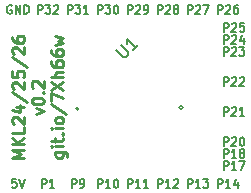
<source format=gto>
G04 (created by PCBNEW (2013-07-07 BZR 4022)-stable) date 1/7/2014 10:08:49*
%MOIN*%
G04 Gerber Fmt 3.4, Leading zero omitted, Abs format*
%FSLAX34Y34*%
G01*
G70*
G90*
G04 APERTURE LIST*
%ADD10C,0.00590551*%
%ADD11C,0.00984252*%
%ADD12C,0.00787402*%
G04 APERTURE END LIST*
G54D10*
G54D11*
X44209Y-30024D02*
X43815Y-30024D01*
X44096Y-29893D01*
X43815Y-29762D01*
X44209Y-29762D01*
X44209Y-29574D02*
X43815Y-29574D01*
X44209Y-29349D02*
X43984Y-29518D01*
X43815Y-29349D02*
X44040Y-29574D01*
X44209Y-28993D02*
X44209Y-29181D01*
X43815Y-29181D01*
X43853Y-28881D02*
X43834Y-28862D01*
X43815Y-28824D01*
X43815Y-28731D01*
X43834Y-28693D01*
X43853Y-28674D01*
X43890Y-28656D01*
X43928Y-28656D01*
X43984Y-28674D01*
X44209Y-28899D01*
X44209Y-28656D01*
X43946Y-28318D02*
X44209Y-28318D01*
X43796Y-28412D02*
X44078Y-28506D01*
X44078Y-28262D01*
X43796Y-27831D02*
X44303Y-28168D01*
X43853Y-27718D02*
X43834Y-27700D01*
X43815Y-27662D01*
X43815Y-27568D01*
X43834Y-27531D01*
X43853Y-27512D01*
X43890Y-27493D01*
X43928Y-27493D01*
X43984Y-27512D01*
X44209Y-27737D01*
X44209Y-27493D01*
X43815Y-27137D02*
X43815Y-27325D01*
X44003Y-27343D01*
X43984Y-27325D01*
X43965Y-27287D01*
X43965Y-27193D01*
X43984Y-27156D01*
X44003Y-27137D01*
X44040Y-27118D01*
X44134Y-27118D01*
X44171Y-27137D01*
X44190Y-27156D01*
X44209Y-27193D01*
X44209Y-27287D01*
X44190Y-27325D01*
X44171Y-27343D01*
X43796Y-26668D02*
X44303Y-27006D01*
X43853Y-26556D02*
X43834Y-26537D01*
X43815Y-26500D01*
X43815Y-26406D01*
X43834Y-26368D01*
X43853Y-26350D01*
X43890Y-26331D01*
X43928Y-26331D01*
X43984Y-26350D01*
X44209Y-26575D01*
X44209Y-26331D01*
X43815Y-25994D02*
X43815Y-26068D01*
X43834Y-26106D01*
X43853Y-26125D01*
X43909Y-26162D01*
X43984Y-26181D01*
X44134Y-26181D01*
X44171Y-26162D01*
X44190Y-26143D01*
X44209Y-26106D01*
X44209Y-26031D01*
X44190Y-25994D01*
X44171Y-25975D01*
X44134Y-25956D01*
X44040Y-25956D01*
X44003Y-25975D01*
X43984Y-25994D01*
X43965Y-26031D01*
X43965Y-26106D01*
X43984Y-26143D01*
X44003Y-26162D01*
X44040Y-26181D01*
X44596Y-28562D02*
X44858Y-28468D01*
X44596Y-28374D01*
X44465Y-28149D02*
X44465Y-28112D01*
X44484Y-28074D01*
X44502Y-28056D01*
X44540Y-28037D01*
X44615Y-28018D01*
X44708Y-28018D01*
X44783Y-28037D01*
X44821Y-28056D01*
X44840Y-28074D01*
X44858Y-28112D01*
X44858Y-28149D01*
X44840Y-28187D01*
X44821Y-28206D01*
X44783Y-28224D01*
X44708Y-28243D01*
X44615Y-28243D01*
X44540Y-28224D01*
X44502Y-28206D01*
X44484Y-28187D01*
X44465Y-28149D01*
X44821Y-27850D02*
X44840Y-27831D01*
X44858Y-27850D01*
X44840Y-27868D01*
X44821Y-27850D01*
X44858Y-27850D01*
X44502Y-27681D02*
X44484Y-27662D01*
X44465Y-27625D01*
X44465Y-27531D01*
X44484Y-27493D01*
X44502Y-27475D01*
X44540Y-27456D01*
X44577Y-27456D01*
X44633Y-27475D01*
X44858Y-27700D01*
X44858Y-27456D01*
X45246Y-29827D02*
X45564Y-29827D01*
X45602Y-29846D01*
X45621Y-29865D01*
X45639Y-29902D01*
X45639Y-29959D01*
X45621Y-29996D01*
X45489Y-29827D02*
X45508Y-29865D01*
X45508Y-29940D01*
X45489Y-29977D01*
X45471Y-29996D01*
X45433Y-30015D01*
X45321Y-30015D01*
X45283Y-29996D01*
X45264Y-29977D01*
X45246Y-29940D01*
X45246Y-29865D01*
X45264Y-29827D01*
X45508Y-29640D02*
X45246Y-29640D01*
X45114Y-29640D02*
X45133Y-29659D01*
X45152Y-29640D01*
X45133Y-29621D01*
X45114Y-29640D01*
X45152Y-29640D01*
X45246Y-29509D02*
X45246Y-29359D01*
X45114Y-29452D02*
X45452Y-29452D01*
X45489Y-29434D01*
X45508Y-29396D01*
X45508Y-29359D01*
X45471Y-29227D02*
X45489Y-29209D01*
X45508Y-29227D01*
X45489Y-29246D01*
X45471Y-29227D01*
X45508Y-29227D01*
X45508Y-29040D02*
X45246Y-29040D01*
X45114Y-29040D02*
X45133Y-29059D01*
X45152Y-29040D01*
X45133Y-29021D01*
X45114Y-29040D01*
X45152Y-29040D01*
X45508Y-28796D02*
X45489Y-28834D01*
X45471Y-28853D01*
X45433Y-28871D01*
X45321Y-28871D01*
X45283Y-28853D01*
X45264Y-28834D01*
X45246Y-28796D01*
X45246Y-28740D01*
X45264Y-28703D01*
X45283Y-28684D01*
X45321Y-28665D01*
X45433Y-28665D01*
X45471Y-28684D01*
X45489Y-28703D01*
X45508Y-28740D01*
X45508Y-28796D01*
X45096Y-28215D02*
X45602Y-28553D01*
X45114Y-28121D02*
X45114Y-27859D01*
X45508Y-28028D01*
X45114Y-27746D02*
X45508Y-27484D01*
X45114Y-27484D02*
X45508Y-27746D01*
X45508Y-27334D02*
X45114Y-27334D01*
X45508Y-27165D02*
X45302Y-27165D01*
X45264Y-27184D01*
X45246Y-27221D01*
X45246Y-27278D01*
X45264Y-27315D01*
X45283Y-27334D01*
X45114Y-26809D02*
X45114Y-26884D01*
X45133Y-26922D01*
X45152Y-26940D01*
X45208Y-26978D01*
X45283Y-26997D01*
X45433Y-26997D01*
X45471Y-26978D01*
X45489Y-26959D01*
X45508Y-26922D01*
X45508Y-26847D01*
X45489Y-26809D01*
X45471Y-26790D01*
X45433Y-26772D01*
X45339Y-26772D01*
X45302Y-26790D01*
X45283Y-26809D01*
X45264Y-26847D01*
X45264Y-26922D01*
X45283Y-26959D01*
X45302Y-26978D01*
X45339Y-26997D01*
X45114Y-26434D02*
X45114Y-26509D01*
X45133Y-26547D01*
X45152Y-26565D01*
X45208Y-26603D01*
X45283Y-26622D01*
X45433Y-26622D01*
X45471Y-26603D01*
X45489Y-26584D01*
X45508Y-26547D01*
X45508Y-26472D01*
X45489Y-26434D01*
X45471Y-26415D01*
X45433Y-26397D01*
X45339Y-26397D01*
X45302Y-26415D01*
X45283Y-26434D01*
X45264Y-26472D01*
X45264Y-26547D01*
X45283Y-26584D01*
X45302Y-26603D01*
X45339Y-26622D01*
X45246Y-26265D02*
X45508Y-26190D01*
X45321Y-26115D01*
X45508Y-26040D01*
X45246Y-25965D01*
G54D12*
X49492Y-28350D02*
G75*
G03X49492Y-28350I-57J0D01*
G74*
G01*
G54D10*
X46009Y-28388D02*
G75*
G03X46009Y-28388I-35J0D01*
G74*
G01*
X47272Y-26421D02*
X47497Y-26646D01*
X47537Y-26660D01*
X47563Y-26660D01*
X47603Y-26646D01*
X47656Y-26593D01*
X47669Y-26553D01*
X47669Y-26527D01*
X47656Y-26487D01*
X47431Y-26262D01*
X47988Y-26262D02*
X47828Y-26421D01*
X47908Y-26341D02*
X47630Y-26063D01*
X47643Y-26129D01*
X47643Y-26182D01*
X47630Y-26222D01*
X50865Y-26611D02*
X50865Y-26335D01*
X50970Y-26335D01*
X50996Y-26349D01*
X51009Y-26362D01*
X51022Y-26388D01*
X51022Y-26427D01*
X51009Y-26454D01*
X50996Y-26467D01*
X50970Y-26480D01*
X50865Y-26480D01*
X51127Y-26362D02*
X51140Y-26349D01*
X51167Y-26335D01*
X51232Y-26335D01*
X51259Y-26349D01*
X51272Y-26362D01*
X51285Y-26388D01*
X51285Y-26414D01*
X51272Y-26454D01*
X51114Y-26611D01*
X51285Y-26611D01*
X51377Y-26335D02*
X51547Y-26335D01*
X51455Y-26440D01*
X51495Y-26440D01*
X51521Y-26454D01*
X51534Y-26467D01*
X51547Y-26493D01*
X51547Y-26559D01*
X51534Y-26585D01*
X51521Y-26598D01*
X51495Y-26611D01*
X51416Y-26611D01*
X51390Y-26598D01*
X51377Y-26585D01*
X45796Y-31011D02*
X45796Y-30735D01*
X45901Y-30735D01*
X45927Y-30749D01*
X45940Y-30762D01*
X45954Y-30788D01*
X45954Y-30827D01*
X45940Y-30854D01*
X45927Y-30867D01*
X45901Y-30880D01*
X45796Y-30880D01*
X46085Y-31011D02*
X46137Y-31011D01*
X46164Y-30998D01*
X46177Y-30985D01*
X46203Y-30945D01*
X46216Y-30893D01*
X46216Y-30788D01*
X46203Y-30762D01*
X46190Y-30749D01*
X46164Y-30735D01*
X46111Y-30735D01*
X46085Y-30749D01*
X46072Y-30762D01*
X46059Y-30788D01*
X46059Y-30854D01*
X46072Y-30880D01*
X46085Y-30893D01*
X46111Y-30906D01*
X46164Y-30906D01*
X46190Y-30893D01*
X46203Y-30880D01*
X46216Y-30854D01*
X46665Y-31011D02*
X46665Y-30735D01*
X46770Y-30735D01*
X46796Y-30749D01*
X46809Y-30762D01*
X46822Y-30788D01*
X46822Y-30827D01*
X46809Y-30854D01*
X46796Y-30867D01*
X46770Y-30880D01*
X46665Y-30880D01*
X47085Y-31011D02*
X46927Y-31011D01*
X47006Y-31011D02*
X47006Y-30735D01*
X46980Y-30775D01*
X46954Y-30801D01*
X46927Y-30814D01*
X47255Y-30735D02*
X47282Y-30735D01*
X47308Y-30749D01*
X47321Y-30762D01*
X47334Y-30788D01*
X47347Y-30840D01*
X47347Y-30906D01*
X47334Y-30959D01*
X47321Y-30985D01*
X47308Y-30998D01*
X47282Y-31011D01*
X47255Y-31011D01*
X47229Y-30998D01*
X47216Y-30985D01*
X47203Y-30959D01*
X47190Y-30906D01*
X47190Y-30840D01*
X47203Y-30788D01*
X47216Y-30762D01*
X47229Y-30749D01*
X47255Y-30735D01*
X47665Y-31011D02*
X47665Y-30735D01*
X47770Y-30735D01*
X47796Y-30749D01*
X47809Y-30762D01*
X47822Y-30788D01*
X47822Y-30827D01*
X47809Y-30854D01*
X47796Y-30867D01*
X47770Y-30880D01*
X47665Y-30880D01*
X48085Y-31011D02*
X47927Y-31011D01*
X48006Y-31011D02*
X48006Y-30735D01*
X47980Y-30775D01*
X47954Y-30801D01*
X47927Y-30814D01*
X48347Y-31011D02*
X48190Y-31011D01*
X48269Y-31011D02*
X48269Y-30735D01*
X48242Y-30775D01*
X48216Y-30801D01*
X48190Y-30814D01*
X48665Y-31011D02*
X48665Y-30735D01*
X48770Y-30735D01*
X48796Y-30749D01*
X48809Y-30762D01*
X48822Y-30788D01*
X48822Y-30827D01*
X48809Y-30854D01*
X48796Y-30867D01*
X48770Y-30880D01*
X48665Y-30880D01*
X49085Y-31011D02*
X48927Y-31011D01*
X49006Y-31011D02*
X49006Y-30735D01*
X48980Y-30775D01*
X48954Y-30801D01*
X48927Y-30814D01*
X49190Y-30762D02*
X49203Y-30749D01*
X49229Y-30735D01*
X49295Y-30735D01*
X49321Y-30749D01*
X49334Y-30762D01*
X49347Y-30788D01*
X49347Y-30814D01*
X49334Y-30854D01*
X49177Y-31011D01*
X49347Y-31011D01*
X49665Y-31011D02*
X49665Y-30735D01*
X49770Y-30735D01*
X49796Y-30749D01*
X49809Y-30762D01*
X49822Y-30788D01*
X49822Y-30827D01*
X49809Y-30854D01*
X49796Y-30867D01*
X49770Y-30880D01*
X49665Y-30880D01*
X50085Y-31011D02*
X49927Y-31011D01*
X50006Y-31011D02*
X50006Y-30735D01*
X49980Y-30775D01*
X49954Y-30801D01*
X49927Y-30814D01*
X50177Y-30735D02*
X50347Y-30735D01*
X50255Y-30840D01*
X50295Y-30840D01*
X50321Y-30854D01*
X50334Y-30867D01*
X50347Y-30893D01*
X50347Y-30959D01*
X50334Y-30985D01*
X50321Y-30998D01*
X50295Y-31011D01*
X50216Y-31011D01*
X50190Y-30998D01*
X50177Y-30985D01*
X50665Y-31011D02*
X50665Y-30735D01*
X50770Y-30735D01*
X50796Y-30749D01*
X50809Y-30762D01*
X50822Y-30788D01*
X50822Y-30827D01*
X50809Y-30854D01*
X50796Y-30867D01*
X50770Y-30880D01*
X50665Y-30880D01*
X51085Y-31011D02*
X50927Y-31011D01*
X51006Y-31011D02*
X51006Y-30735D01*
X50980Y-30775D01*
X50954Y-30801D01*
X50927Y-30814D01*
X51321Y-30827D02*
X51321Y-31011D01*
X51255Y-30722D02*
X51190Y-30919D01*
X51360Y-30919D01*
X50865Y-30411D02*
X50865Y-30135D01*
X50970Y-30135D01*
X50996Y-30149D01*
X51009Y-30162D01*
X51022Y-30188D01*
X51022Y-30227D01*
X51009Y-30254D01*
X50996Y-30267D01*
X50970Y-30280D01*
X50865Y-30280D01*
X51285Y-30411D02*
X51127Y-30411D01*
X51206Y-30411D02*
X51206Y-30135D01*
X51180Y-30175D01*
X51154Y-30201D01*
X51127Y-30214D01*
X51377Y-30135D02*
X51560Y-30135D01*
X51442Y-30411D01*
X50865Y-30011D02*
X50865Y-29735D01*
X50970Y-29735D01*
X50996Y-29749D01*
X51009Y-29762D01*
X51022Y-29788D01*
X51022Y-29827D01*
X51009Y-29854D01*
X50996Y-29867D01*
X50970Y-29880D01*
X50865Y-29880D01*
X51285Y-30011D02*
X51127Y-30011D01*
X51206Y-30011D02*
X51206Y-29735D01*
X51180Y-29775D01*
X51154Y-29801D01*
X51127Y-29814D01*
X51442Y-29854D02*
X51416Y-29840D01*
X51403Y-29827D01*
X51390Y-29801D01*
X51390Y-29788D01*
X51403Y-29762D01*
X51416Y-29749D01*
X51442Y-29735D01*
X51495Y-29735D01*
X51521Y-29749D01*
X51534Y-29762D01*
X51547Y-29788D01*
X51547Y-29801D01*
X51534Y-29827D01*
X51521Y-29840D01*
X51495Y-29854D01*
X51442Y-29854D01*
X51416Y-29867D01*
X51403Y-29880D01*
X51390Y-29906D01*
X51390Y-29959D01*
X51403Y-29985D01*
X51416Y-29998D01*
X51442Y-30011D01*
X51495Y-30011D01*
X51521Y-29998D01*
X51534Y-29985D01*
X51547Y-29959D01*
X51547Y-29906D01*
X51534Y-29880D01*
X51521Y-29867D01*
X51495Y-29854D01*
X50865Y-29611D02*
X50865Y-29335D01*
X50970Y-29335D01*
X50996Y-29349D01*
X51009Y-29362D01*
X51022Y-29388D01*
X51022Y-29427D01*
X51009Y-29454D01*
X50996Y-29467D01*
X50970Y-29480D01*
X50865Y-29480D01*
X51127Y-29362D02*
X51140Y-29349D01*
X51167Y-29335D01*
X51232Y-29335D01*
X51259Y-29349D01*
X51272Y-29362D01*
X51285Y-29388D01*
X51285Y-29414D01*
X51272Y-29454D01*
X51114Y-29611D01*
X51285Y-29611D01*
X51455Y-29335D02*
X51482Y-29335D01*
X51508Y-29349D01*
X51521Y-29362D01*
X51534Y-29388D01*
X51547Y-29440D01*
X51547Y-29506D01*
X51534Y-29559D01*
X51521Y-29585D01*
X51508Y-29598D01*
X51482Y-29611D01*
X51455Y-29611D01*
X51429Y-29598D01*
X51416Y-29585D01*
X51403Y-29559D01*
X51390Y-29506D01*
X51390Y-29440D01*
X51403Y-29388D01*
X51416Y-29362D01*
X51429Y-29349D01*
X51455Y-29335D01*
X50865Y-28611D02*
X50865Y-28335D01*
X50970Y-28335D01*
X50996Y-28349D01*
X51009Y-28362D01*
X51022Y-28388D01*
X51022Y-28427D01*
X51009Y-28454D01*
X50996Y-28467D01*
X50970Y-28480D01*
X50865Y-28480D01*
X51127Y-28362D02*
X51140Y-28349D01*
X51167Y-28335D01*
X51232Y-28335D01*
X51259Y-28349D01*
X51272Y-28362D01*
X51285Y-28388D01*
X51285Y-28414D01*
X51272Y-28454D01*
X51114Y-28611D01*
X51285Y-28611D01*
X51547Y-28611D02*
X51390Y-28611D01*
X51469Y-28611D02*
X51469Y-28335D01*
X51442Y-28375D01*
X51416Y-28401D01*
X51390Y-28414D01*
X50865Y-27611D02*
X50865Y-27335D01*
X50970Y-27335D01*
X50996Y-27349D01*
X51009Y-27362D01*
X51022Y-27388D01*
X51022Y-27427D01*
X51009Y-27454D01*
X50996Y-27467D01*
X50970Y-27480D01*
X50865Y-27480D01*
X51127Y-27362D02*
X51140Y-27349D01*
X51167Y-27335D01*
X51232Y-27335D01*
X51259Y-27349D01*
X51272Y-27362D01*
X51285Y-27388D01*
X51285Y-27414D01*
X51272Y-27454D01*
X51114Y-27611D01*
X51285Y-27611D01*
X51390Y-27362D02*
X51403Y-27349D01*
X51429Y-27335D01*
X51495Y-27335D01*
X51521Y-27349D01*
X51534Y-27362D01*
X51547Y-27388D01*
X51547Y-27414D01*
X51534Y-27454D01*
X51377Y-27611D01*
X51547Y-27611D01*
X50865Y-26211D02*
X50865Y-25935D01*
X50970Y-25935D01*
X50996Y-25949D01*
X51009Y-25962D01*
X51022Y-25988D01*
X51022Y-26027D01*
X51009Y-26054D01*
X50996Y-26067D01*
X50970Y-26080D01*
X50865Y-26080D01*
X51127Y-25962D02*
X51140Y-25949D01*
X51167Y-25935D01*
X51232Y-25935D01*
X51259Y-25949D01*
X51272Y-25962D01*
X51285Y-25988D01*
X51285Y-26014D01*
X51272Y-26054D01*
X51114Y-26211D01*
X51285Y-26211D01*
X51521Y-26027D02*
X51521Y-26211D01*
X51455Y-25922D02*
X51390Y-26119D01*
X51560Y-26119D01*
X50865Y-25811D02*
X50865Y-25535D01*
X50970Y-25535D01*
X50996Y-25549D01*
X51009Y-25562D01*
X51022Y-25588D01*
X51022Y-25627D01*
X51009Y-25654D01*
X50996Y-25667D01*
X50970Y-25680D01*
X50865Y-25680D01*
X51127Y-25562D02*
X51140Y-25549D01*
X51167Y-25535D01*
X51232Y-25535D01*
X51259Y-25549D01*
X51272Y-25562D01*
X51285Y-25588D01*
X51285Y-25614D01*
X51272Y-25654D01*
X51114Y-25811D01*
X51285Y-25811D01*
X51534Y-25535D02*
X51403Y-25535D01*
X51390Y-25667D01*
X51403Y-25654D01*
X51429Y-25640D01*
X51495Y-25640D01*
X51521Y-25654D01*
X51534Y-25667D01*
X51547Y-25693D01*
X51547Y-25759D01*
X51534Y-25785D01*
X51521Y-25798D01*
X51495Y-25811D01*
X51429Y-25811D01*
X51403Y-25798D01*
X51390Y-25785D01*
X50665Y-25211D02*
X50665Y-24935D01*
X50770Y-24935D01*
X50796Y-24949D01*
X50809Y-24962D01*
X50822Y-24988D01*
X50822Y-25027D01*
X50809Y-25054D01*
X50796Y-25067D01*
X50770Y-25080D01*
X50665Y-25080D01*
X50927Y-24962D02*
X50940Y-24949D01*
X50967Y-24935D01*
X51032Y-24935D01*
X51059Y-24949D01*
X51072Y-24962D01*
X51085Y-24988D01*
X51085Y-25014D01*
X51072Y-25054D01*
X50914Y-25211D01*
X51085Y-25211D01*
X51321Y-24935D02*
X51269Y-24935D01*
X51242Y-24949D01*
X51229Y-24962D01*
X51203Y-25001D01*
X51190Y-25054D01*
X51190Y-25159D01*
X51203Y-25185D01*
X51216Y-25198D01*
X51242Y-25211D01*
X51295Y-25211D01*
X51321Y-25198D01*
X51334Y-25185D01*
X51347Y-25159D01*
X51347Y-25093D01*
X51334Y-25067D01*
X51321Y-25054D01*
X51295Y-25040D01*
X51242Y-25040D01*
X51216Y-25054D01*
X51203Y-25067D01*
X51190Y-25093D01*
X49665Y-25211D02*
X49665Y-24935D01*
X49770Y-24935D01*
X49796Y-24949D01*
X49809Y-24962D01*
X49822Y-24988D01*
X49822Y-25027D01*
X49809Y-25054D01*
X49796Y-25067D01*
X49770Y-25080D01*
X49665Y-25080D01*
X49927Y-24962D02*
X49940Y-24949D01*
X49967Y-24935D01*
X50032Y-24935D01*
X50059Y-24949D01*
X50072Y-24962D01*
X50085Y-24988D01*
X50085Y-25014D01*
X50072Y-25054D01*
X49914Y-25211D01*
X50085Y-25211D01*
X50177Y-24935D02*
X50360Y-24935D01*
X50242Y-25211D01*
X48665Y-25211D02*
X48665Y-24935D01*
X48770Y-24935D01*
X48796Y-24949D01*
X48809Y-24962D01*
X48822Y-24988D01*
X48822Y-25027D01*
X48809Y-25054D01*
X48796Y-25067D01*
X48770Y-25080D01*
X48665Y-25080D01*
X48927Y-24962D02*
X48940Y-24949D01*
X48967Y-24935D01*
X49032Y-24935D01*
X49059Y-24949D01*
X49072Y-24962D01*
X49085Y-24988D01*
X49085Y-25014D01*
X49072Y-25054D01*
X48914Y-25211D01*
X49085Y-25211D01*
X49242Y-25054D02*
X49216Y-25040D01*
X49203Y-25027D01*
X49190Y-25001D01*
X49190Y-24988D01*
X49203Y-24962D01*
X49216Y-24949D01*
X49242Y-24935D01*
X49295Y-24935D01*
X49321Y-24949D01*
X49334Y-24962D01*
X49347Y-24988D01*
X49347Y-25001D01*
X49334Y-25027D01*
X49321Y-25040D01*
X49295Y-25054D01*
X49242Y-25054D01*
X49216Y-25067D01*
X49203Y-25080D01*
X49190Y-25106D01*
X49190Y-25159D01*
X49203Y-25185D01*
X49216Y-25198D01*
X49242Y-25211D01*
X49295Y-25211D01*
X49321Y-25198D01*
X49334Y-25185D01*
X49347Y-25159D01*
X49347Y-25106D01*
X49334Y-25080D01*
X49321Y-25067D01*
X49295Y-25054D01*
X47665Y-25211D02*
X47665Y-24935D01*
X47770Y-24935D01*
X47796Y-24949D01*
X47809Y-24962D01*
X47822Y-24988D01*
X47822Y-25027D01*
X47809Y-25054D01*
X47796Y-25067D01*
X47770Y-25080D01*
X47665Y-25080D01*
X47927Y-24962D02*
X47940Y-24949D01*
X47967Y-24935D01*
X48032Y-24935D01*
X48059Y-24949D01*
X48072Y-24962D01*
X48085Y-24988D01*
X48085Y-25014D01*
X48072Y-25054D01*
X47914Y-25211D01*
X48085Y-25211D01*
X48216Y-25211D02*
X48269Y-25211D01*
X48295Y-25198D01*
X48308Y-25185D01*
X48334Y-25145D01*
X48347Y-25093D01*
X48347Y-24988D01*
X48334Y-24962D01*
X48321Y-24949D01*
X48295Y-24935D01*
X48242Y-24935D01*
X48216Y-24949D01*
X48203Y-24962D01*
X48190Y-24988D01*
X48190Y-25054D01*
X48203Y-25080D01*
X48216Y-25093D01*
X48242Y-25106D01*
X48295Y-25106D01*
X48321Y-25093D01*
X48334Y-25080D01*
X48347Y-25054D01*
X46665Y-25211D02*
X46665Y-24935D01*
X46770Y-24935D01*
X46796Y-24949D01*
X46809Y-24962D01*
X46822Y-24988D01*
X46822Y-25027D01*
X46809Y-25054D01*
X46796Y-25067D01*
X46770Y-25080D01*
X46665Y-25080D01*
X46914Y-24935D02*
X47085Y-24935D01*
X46993Y-25040D01*
X47032Y-25040D01*
X47059Y-25054D01*
X47072Y-25067D01*
X47085Y-25093D01*
X47085Y-25159D01*
X47072Y-25185D01*
X47059Y-25198D01*
X47032Y-25211D01*
X46954Y-25211D01*
X46927Y-25198D01*
X46914Y-25185D01*
X47255Y-24935D02*
X47282Y-24935D01*
X47308Y-24949D01*
X47321Y-24962D01*
X47334Y-24988D01*
X47347Y-25040D01*
X47347Y-25106D01*
X47334Y-25159D01*
X47321Y-25185D01*
X47308Y-25198D01*
X47282Y-25211D01*
X47255Y-25211D01*
X47229Y-25198D01*
X47216Y-25185D01*
X47203Y-25159D01*
X47190Y-25106D01*
X47190Y-25040D01*
X47203Y-24988D01*
X47216Y-24962D01*
X47229Y-24949D01*
X47255Y-24935D01*
X45665Y-25211D02*
X45665Y-24935D01*
X45770Y-24935D01*
X45796Y-24949D01*
X45809Y-24962D01*
X45822Y-24988D01*
X45822Y-25027D01*
X45809Y-25054D01*
X45796Y-25067D01*
X45770Y-25080D01*
X45665Y-25080D01*
X45914Y-24935D02*
X46085Y-24935D01*
X45993Y-25040D01*
X46032Y-25040D01*
X46059Y-25054D01*
X46072Y-25067D01*
X46085Y-25093D01*
X46085Y-25159D01*
X46072Y-25185D01*
X46059Y-25198D01*
X46032Y-25211D01*
X45954Y-25211D01*
X45927Y-25198D01*
X45914Y-25185D01*
X46347Y-25211D02*
X46190Y-25211D01*
X46269Y-25211D02*
X46269Y-24935D01*
X46242Y-24975D01*
X46216Y-25001D01*
X46190Y-25014D01*
X44665Y-25211D02*
X44665Y-24935D01*
X44770Y-24935D01*
X44796Y-24949D01*
X44809Y-24962D01*
X44822Y-24988D01*
X44822Y-25027D01*
X44809Y-25054D01*
X44796Y-25067D01*
X44770Y-25080D01*
X44665Y-25080D01*
X44914Y-24935D02*
X45085Y-24935D01*
X44993Y-25040D01*
X45032Y-25040D01*
X45059Y-25054D01*
X45072Y-25067D01*
X45085Y-25093D01*
X45085Y-25159D01*
X45072Y-25185D01*
X45059Y-25198D01*
X45032Y-25211D01*
X44954Y-25211D01*
X44927Y-25198D01*
X44914Y-25185D01*
X45190Y-24962D02*
X45203Y-24949D01*
X45229Y-24935D01*
X45295Y-24935D01*
X45321Y-24949D01*
X45334Y-24962D01*
X45347Y-24988D01*
X45347Y-25014D01*
X45334Y-25054D01*
X45177Y-25211D01*
X45347Y-25211D01*
X43947Y-30735D02*
X43816Y-30735D01*
X43803Y-30867D01*
X43816Y-30854D01*
X43842Y-30840D01*
X43908Y-30840D01*
X43934Y-30854D01*
X43947Y-30867D01*
X43960Y-30893D01*
X43960Y-30959D01*
X43947Y-30985D01*
X43934Y-30998D01*
X43908Y-31011D01*
X43842Y-31011D01*
X43816Y-30998D01*
X43803Y-30985D01*
X44039Y-30735D02*
X44131Y-31011D01*
X44223Y-30735D01*
X43790Y-24949D02*
X43763Y-24935D01*
X43724Y-24935D01*
X43685Y-24949D01*
X43658Y-24975D01*
X43645Y-25001D01*
X43632Y-25054D01*
X43632Y-25093D01*
X43645Y-25145D01*
X43658Y-25172D01*
X43685Y-25198D01*
X43724Y-25211D01*
X43750Y-25211D01*
X43790Y-25198D01*
X43803Y-25185D01*
X43803Y-25093D01*
X43750Y-25093D01*
X43921Y-25211D02*
X43921Y-24935D01*
X44078Y-25211D01*
X44078Y-24935D01*
X44209Y-25211D02*
X44209Y-24935D01*
X44275Y-24935D01*
X44314Y-24949D01*
X44341Y-24975D01*
X44354Y-25001D01*
X44367Y-25054D01*
X44367Y-25093D01*
X44354Y-25145D01*
X44341Y-25172D01*
X44314Y-25198D01*
X44275Y-25211D01*
X44209Y-25211D01*
X44796Y-31011D02*
X44796Y-30735D01*
X44901Y-30735D01*
X44927Y-30749D01*
X44940Y-30762D01*
X44954Y-30788D01*
X44954Y-30827D01*
X44940Y-30854D01*
X44927Y-30867D01*
X44901Y-30880D01*
X44796Y-30880D01*
X45216Y-31011D02*
X45059Y-31011D01*
X45137Y-31011D02*
X45137Y-30735D01*
X45111Y-30775D01*
X45085Y-30801D01*
X45059Y-30814D01*
M02*

</source>
